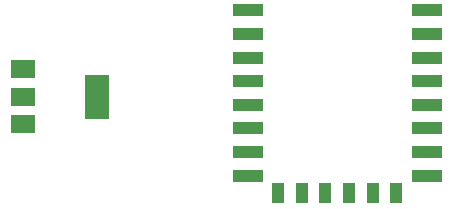
<source format=gbr>
%TF.GenerationSoftware,KiCad,Pcbnew,(5.1.10)-1*%
%TF.CreationDate,2021-11-08T05:29:07+05:30*%
%TF.ProjectId,Flipboard Final,466c6970-626f-4617-9264-2046696e616c,rev?*%
%TF.SameCoordinates,Original*%
%TF.FileFunction,Paste,Top*%
%TF.FilePolarity,Positive*%
%FSLAX46Y46*%
G04 Gerber Fmt 4.6, Leading zero omitted, Abs format (unit mm)*
G04 Created by KiCad (PCBNEW (5.1.10)-1) date 2021-11-08 05:29:07*
%MOMM*%
%LPD*%
G01*
G04 APERTURE LIST*
%ADD10R,2.000000X3.800000*%
%ADD11R,2.000000X1.500000*%
%ADD12R,2.500000X1.000000*%
%ADD13R,1.000000X1.800000*%
G04 APERTURE END LIST*
D10*
%TO.C,U1*%
X-106705000Y-3175000D03*
D11*
X-113005000Y-3175000D03*
X-113005000Y-5475000D03*
X-113005000Y-875000D03*
%TD*%
D12*
%TO.C,U4*%
X-78760000Y4135000D03*
X-78760000Y2135000D03*
X-78760000Y135000D03*
X-78760000Y-1865000D03*
X-78760000Y-3865000D03*
X-78760000Y-5865000D03*
X-78760000Y-7865000D03*
X-78760000Y-9865000D03*
D13*
X-81360000Y-11365000D03*
X-83360000Y-11365000D03*
X-85360000Y-11365000D03*
X-87360000Y-11365000D03*
X-89360000Y-11365000D03*
X-91360000Y-11365000D03*
D12*
X-93960000Y-9865000D03*
X-93960000Y-7865000D03*
X-93960000Y-5865000D03*
X-93960000Y-3865000D03*
X-93960000Y-1865000D03*
X-93960000Y135000D03*
X-93960000Y2135000D03*
X-93960000Y4135000D03*
%TD*%
M02*

</source>
